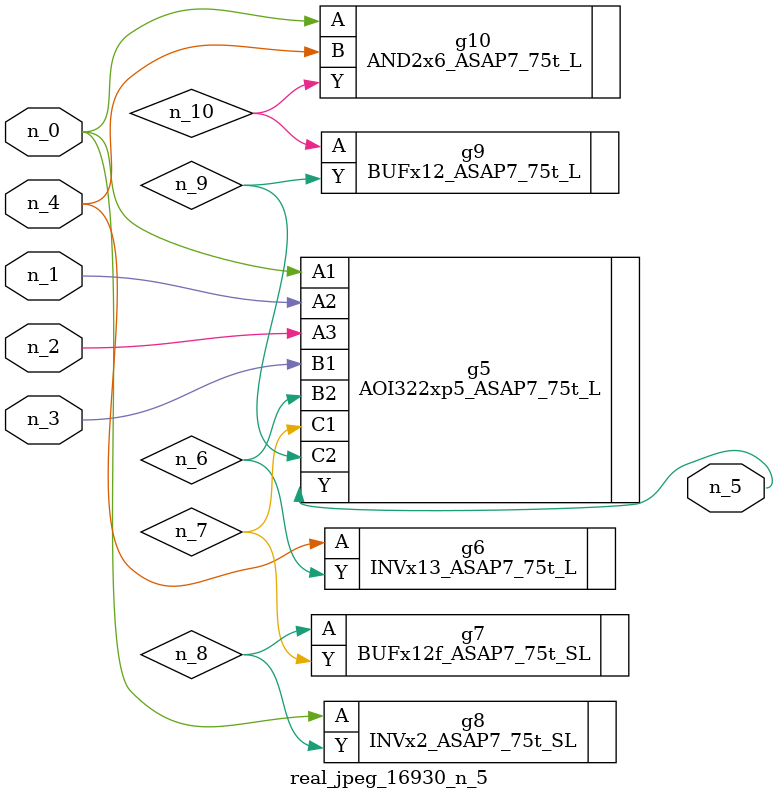
<source format=v>
module real_jpeg_16930_n_5 (n_4, n_0, n_1, n_2, n_3, n_5);

input n_4;
input n_0;
input n_1;
input n_2;
input n_3;

output n_5;

wire n_8;
wire n_6;
wire n_7;
wire n_10;
wire n_9;

AOI322xp5_ASAP7_75t_L g5 ( 
.A1(n_0),
.A2(n_1),
.A3(n_2),
.B1(n_3),
.B2(n_6),
.C1(n_7),
.C2(n_9),
.Y(n_5)
);

INVx2_ASAP7_75t_SL g8 ( 
.A(n_0),
.Y(n_8)
);

AND2x6_ASAP7_75t_L g10 ( 
.A(n_0),
.B(n_4),
.Y(n_10)
);

INVx13_ASAP7_75t_L g6 ( 
.A(n_4),
.Y(n_6)
);

BUFx12f_ASAP7_75t_SL g7 ( 
.A(n_8),
.Y(n_7)
);

BUFx12_ASAP7_75t_L g9 ( 
.A(n_10),
.Y(n_9)
);


endmodule
</source>
